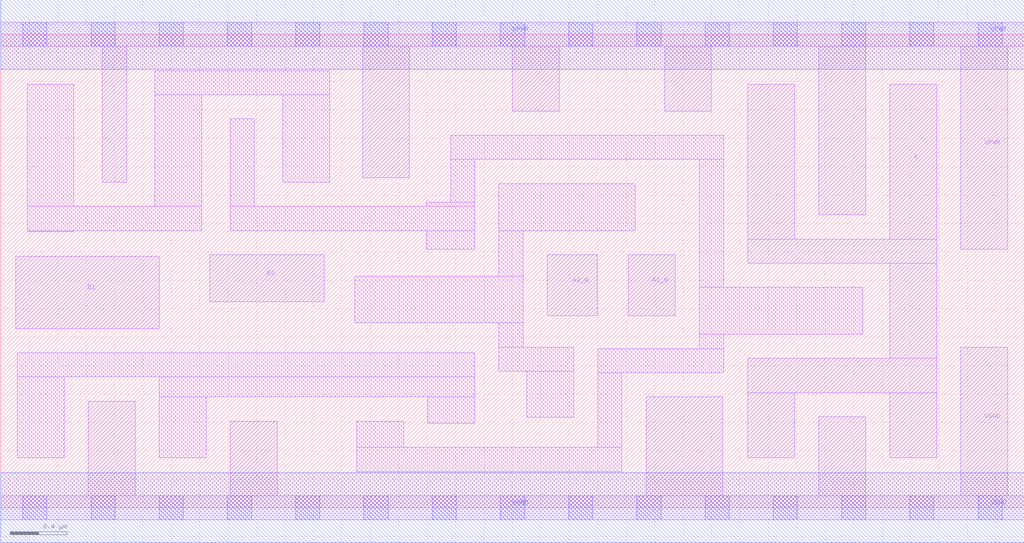
<source format=lef>
# Copyright 2020 The SkyWater PDK Authors
#
# Licensed under the Apache License, Version 2.0 (the "License");
# you may not use this file except in compliance with the License.
# You may obtain a copy of the License at
#
#     https://www.apache.org/licenses/LICENSE-2.0
#
# Unless required by applicable law or agreed to in writing, software
# distributed under the License is distributed on an "AS IS" BASIS,
# WITHOUT WARRANTIES OR CONDITIONS OF ANY KIND, either express or implied.
# See the License for the specific language governing permissions and
# limitations under the License.
#
# SPDX-License-Identifier: Apache-2.0

VERSION 5.7 ;
  NAMESCASESENSITIVE ON ;
  NOWIREEXTENSIONATPIN ON ;
  DIVIDERCHAR "/" ;
  BUSBITCHARS "[]" ;
UNITS
  DATABASE MICRONS 200 ;
END UNITS
MACRO sky130_fd_sc_ls__o2bb2a_4
  CLASS CORE ;
  SOURCE USER ;
  FOREIGN sky130_fd_sc_ls__o2bb2a_4 ;
  ORIGIN  0.000000  0.000000 ;
  SIZE  7.200000 BY  3.330000 ;
  SYMMETRY X Y ;
  SITE unit ;
  PIN A1_N
    ANTENNAGATEAREA  0.222000 ;
    DIRECTION INPUT ;
    USE SIGNAL ;
    PORT
      LAYER li1 ;
        RECT 4.415000 1.350000 4.745000 1.780000 ;
    END
  END A1_N
  PIN A2_N
    ANTENNAGATEAREA  0.222000 ;
    DIRECTION INPUT ;
    USE SIGNAL ;
    PORT
      LAYER li1 ;
        RECT 3.845000 1.350000 4.195000 1.780000 ;
    END
  END A2_N
  PIN B1
    ANTENNAGATEAREA  0.492000 ;
    DIRECTION INPUT ;
    USE SIGNAL ;
    PORT
      LAYER li1 ;
        RECT 0.105000 1.260000 1.115000 1.770000 ;
    END
  END B1
  PIN B2
    ANTENNAGATEAREA  0.492000 ;
    DIRECTION INPUT ;
    USE SIGNAL ;
    PORT
      LAYER li1 ;
        RECT 1.470000 1.450000 2.275000 1.780000 ;
    END
  END B2
  PIN X
    ANTENNADIFFAREA  1.311300 ;
    DIRECTION OUTPUT ;
    USE SIGNAL ;
    PORT
      LAYER li1 ;
        RECT 5.255000 0.350000 5.585000 0.810000 ;
        RECT 5.255000 0.810000 6.585000 1.050000 ;
        RECT 5.255000 1.720000 6.585000 1.890000 ;
        RECT 5.255000 1.890000 5.585000 2.980000 ;
        RECT 6.255000 0.350000 6.585000 0.810000 ;
        RECT 6.255000 1.050000 6.585000 1.720000 ;
        RECT 6.255000 1.890000 6.585000 2.980000 ;
    END
  END X
  PIN VGND
    DIRECTION INOUT ;
    SHAPE ABUTMENT ;
    USE GROUND ;
    PORT
      LAYER li1 ;
        RECT 0.000000 -0.085000 7.200000 0.085000 ;
        RECT 0.615000  0.085000 0.945000 0.750000 ;
        RECT 1.615000  0.085000 1.945000 0.610000 ;
        RECT 4.540000  0.085000 5.080000 0.780000 ;
        RECT 5.755000  0.085000 6.085000 0.640000 ;
        RECT 6.755000  0.085000 7.085000 1.130000 ;
      LAYER mcon ;
        RECT 0.155000 -0.085000 0.325000 0.085000 ;
        RECT 0.635000 -0.085000 0.805000 0.085000 ;
        RECT 1.115000 -0.085000 1.285000 0.085000 ;
        RECT 1.595000 -0.085000 1.765000 0.085000 ;
        RECT 2.075000 -0.085000 2.245000 0.085000 ;
        RECT 2.555000 -0.085000 2.725000 0.085000 ;
        RECT 3.035000 -0.085000 3.205000 0.085000 ;
        RECT 3.515000 -0.085000 3.685000 0.085000 ;
        RECT 3.995000 -0.085000 4.165000 0.085000 ;
        RECT 4.475000 -0.085000 4.645000 0.085000 ;
        RECT 4.955000 -0.085000 5.125000 0.085000 ;
        RECT 5.435000 -0.085000 5.605000 0.085000 ;
        RECT 5.915000 -0.085000 6.085000 0.085000 ;
        RECT 6.395000 -0.085000 6.565000 0.085000 ;
        RECT 6.875000 -0.085000 7.045000 0.085000 ;
      LAYER met1 ;
        RECT 0.000000 -0.245000 7.200000 0.245000 ;
    END
  END VGND
  PIN VPWR
    DIRECTION INOUT ;
    SHAPE ABUTMENT ;
    USE POWER ;
    PORT
      LAYER li1 ;
        RECT 0.000000 3.245000 7.200000 3.415000 ;
        RECT 0.715000 2.290000 0.885000 3.245000 ;
        RECT 2.545000 2.320000 2.875000 3.245000 ;
        RECT 3.600000 2.790000 3.930000 3.245000 ;
        RECT 4.670000 2.790000 5.000000 3.245000 ;
        RECT 5.755000 2.060000 6.085000 3.245000 ;
        RECT 6.755000 1.820000 7.085000 3.245000 ;
      LAYER mcon ;
        RECT 0.155000 3.245000 0.325000 3.415000 ;
        RECT 0.635000 3.245000 0.805000 3.415000 ;
        RECT 1.115000 3.245000 1.285000 3.415000 ;
        RECT 1.595000 3.245000 1.765000 3.415000 ;
        RECT 2.075000 3.245000 2.245000 3.415000 ;
        RECT 2.555000 3.245000 2.725000 3.415000 ;
        RECT 3.035000 3.245000 3.205000 3.415000 ;
        RECT 3.515000 3.245000 3.685000 3.415000 ;
        RECT 3.995000 3.245000 4.165000 3.415000 ;
        RECT 4.475000 3.245000 4.645000 3.415000 ;
        RECT 4.955000 3.245000 5.125000 3.415000 ;
        RECT 5.435000 3.245000 5.605000 3.415000 ;
        RECT 5.915000 3.245000 6.085000 3.415000 ;
        RECT 6.395000 3.245000 6.565000 3.415000 ;
        RECT 6.875000 3.245000 7.045000 3.415000 ;
      LAYER met1 ;
        RECT 0.000000 3.085000 7.200000 3.575000 ;
    END
  END VPWR
  OBS
    LAYER li1 ;
      RECT 0.115000 0.350000 0.445000 0.920000 ;
      RECT 0.115000 0.920000 3.335000 1.090000 ;
      RECT 0.185000 1.940000 0.515000 1.950000 ;
      RECT 0.185000 1.950000 1.415000 2.120000 ;
      RECT 0.185000 2.120000 0.515000 2.980000 ;
      RECT 1.085000 2.120000 1.415000 2.905000 ;
      RECT 1.085000 2.905000 2.315000 3.075000 ;
      RECT 1.115000 0.350000 1.445000 0.780000 ;
      RECT 1.115000 0.780000 3.335000 0.920000 ;
      RECT 1.615000 1.950000 3.335000 2.120000 ;
      RECT 1.615000 2.120000 1.785000 2.735000 ;
      RECT 1.985000 2.290000 2.315000 2.905000 ;
      RECT 2.490000 1.300000 3.675000 1.630000 ;
      RECT 2.505000 0.255000 4.370000 0.425000 ;
      RECT 2.505000 0.425000 2.835000 0.610000 ;
      RECT 2.995000 1.820000 3.335000 1.950000 ;
      RECT 2.995000 2.120000 3.335000 2.150000 ;
      RECT 3.005000 0.595000 3.335000 0.780000 ;
      RECT 3.165000 2.150000 3.335000 2.450000 ;
      RECT 3.165000 2.450000 5.085000 2.620000 ;
      RECT 3.505000 0.960000 4.030000 1.130000 ;
      RECT 3.505000 1.130000 3.675000 1.300000 ;
      RECT 3.505000 1.630000 3.675000 1.950000 ;
      RECT 3.505000 1.950000 4.465000 2.280000 ;
      RECT 3.700000 0.635000 4.030000 0.960000 ;
      RECT 4.200000 0.425000 4.370000 0.950000 ;
      RECT 4.200000 0.950000 5.085000 1.120000 ;
      RECT 4.915000 1.120000 5.085000 1.220000 ;
      RECT 4.915000 1.220000 6.065000 1.550000 ;
      RECT 4.915000 1.550000 5.085000 2.450000 ;
  END
END sky130_fd_sc_ls__o2bb2a_4

</source>
